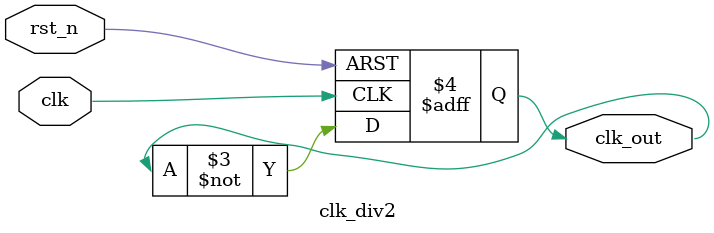
<source format=v>

(* dont_touch = "yes"*) module clk_div2( 
   clk,
   rst_n, 
   clk_out
);
   
   input  clk;
   input  rst_n;
   output clk_out;

   reg    clk_out;
 
  always @(negedge rst_n or posedge clk)
    if (!rst_n)
      clk_out <= 0;
    else   
      clk_out <= ~clk_out;

endmodule // clk_div2

</source>
